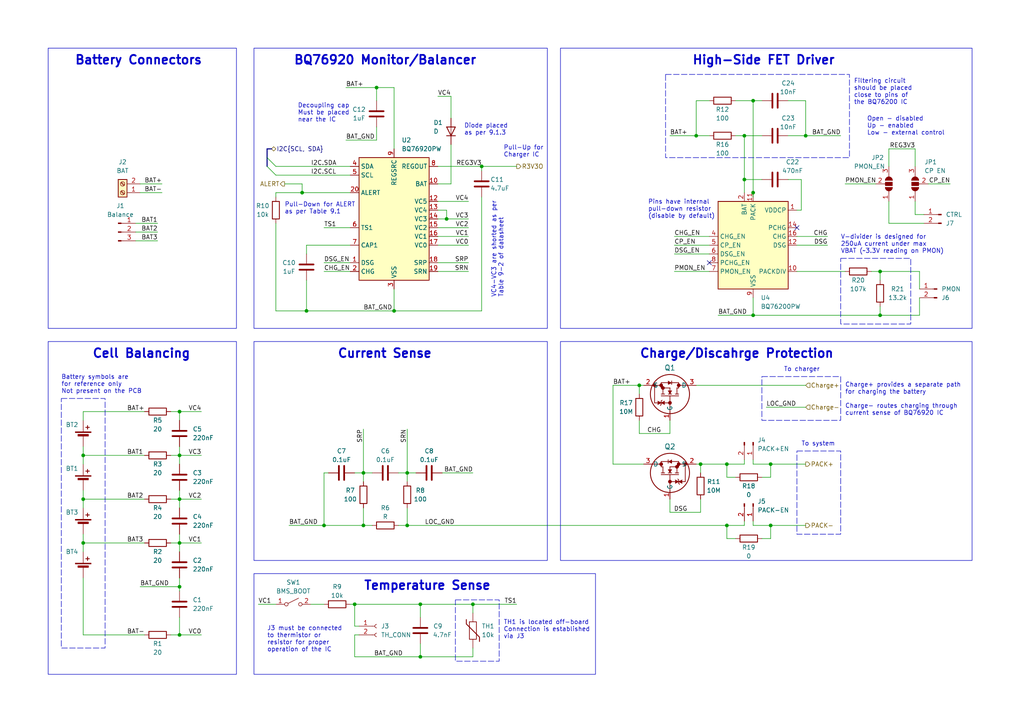
<source format=kicad_sch>
(kicad_sch (version 20230121) (generator eeschema)
  (paper "A4")
  (lib_symbols
    (symbol "Battery_Management:BQ76200PW"
      (property "Reference" "U" (at -8.89 13.97 0))
      (property "Value" "BQ76200PW" (at 7.62 13.97 0))
      (symbol "BQ76200PW_0_1"
        (rectangle (start -10.16 -12.7) (end 10.16 12.7) (stroke (width 0.254)) (fill (type background)))
      )
      (symbol "BQ76200PW_1_1"
        (pin output line (at 12.7 10.16 180) (length 2.54) (name "VDDCP") (number "1"))
        (pin output line (at 12.7 -7.62 180) (length 2.54) (name "PACKDIV") (number "10"))
        (pin power_in line (at 0 15.24 270) (length 2.54) (name "PACK") (number "11"))
        (pin output line (at 12.7 0 180) (length 2.54) (name "DSG") (number "12"))
        (pin no_connect line (at -10.16 7.62 0) (length 2.54) hide (name "NC") (number "13"))
        (pin output line (at 12.7 5.08 180) (length 2.54) (name "PCHG") (number "14"))
        (pin no_connect line (at -10.16 5.08 0) (length 2.54) hide (name "NC") (number "15"))
        (pin output line (at 12.7 2.54 180) (length 2.54) (name "CHG") (number "16"))
        (pin power_in line (at -2.54 15.24 270) (length 2.54) (name "BAT") (number "2"))
        (pin no_connect line (at -10.16 10.16 0) (length 2.54) hide (name "NC") (number "3"))
        (pin input line (at -12.7 2.54 0) (length 2.54) (name "CHG_EN") (number "4"))
        (pin input line (at -12.7 0 0) (length 2.54) (name "CP_EN") (number "5"))
        (pin input line (at -12.7 -2.54 0) (length 2.54) (name "DSG_EN") (number "6"))
        (pin input line (at -12.7 -7.62 0) (length 2.54) (name "PMON_EN") (number "7"))
        (pin input line (at -12.7 -5.08 0) (length 2.54) (name "PCHG_EN") (number "8"))
        (pin power_in line (at 0 -15.24 90) (length 2.54) (name "VSS") (number "9"))
      )
    )
    (symbol "Battery_Management:BQ76920PW"
      (property "Reference" "U" (at -10.16 19.05 0))
      (property "Value" "BQ76920PW" (at 12.7 19.05 0))
      (symbol "BQ76920PW_0_1"
        (rectangle (start -10.16 17.78) (end 10.16 -17.78) (stroke (width 0.254)) (fill (type background)))
      )
      (symbol "BQ76920PW_1_0"
        (pin input line (at 12.7 10.16 180) (length 2.54) (name "BAT") (number "10"))
        (pin no_connect line (at -2.54 -17.78 90) (length 2.54) hide (name "NC") (number "11"))
        (pin input line (at 12.7 5.08 180) (length 2.54) (name "VC5") (number "12"))
        (pin input line (at 12.7 2.54 180) (length 2.54) (name "VC4") (number "13"))
        (pin input line (at 12.7 0 180) (length 2.54) (name "VC3") (number "14"))
        (pin input line (at 12.7 -2.54 180) (length 2.54) (name "VC2") (number "15"))
        (pin input line (at 12.7 -5.08 180) (length 2.54) (name "VC1") (number "16"))
        (pin input line (at 12.7 -7.62 180) (length 2.54) (name "VC0") (number "17"))
        (pin input line (at 12.7 -12.7 180) (length 2.54) (name "SRP") (number "18"))
        (pin input line (at 12.7 -15.24 180) (length 2.54) (name "SRN") (number "19"))
        (pin bidirectional line (at -12.7 7.62 0) (length 2.54) (name "ALERT") (number "20"))
        (pin passive line (at -12.7 -2.54 0) (length 2.54) (name "TS1") (number "6"))
        (pin passive line (at -12.7 -7.62 0) (length 2.54) (name "CAP1") (number "7"))
        (pin power_out line (at 12.7 15.24 180) (length 2.54) (name "REGOUT") (number "8"))
        (pin power_in line (at 0 20.32 270) (length 2.54) (name "REGSRC") (number "9"))
      )
      (symbol "BQ76920PW_1_1"
        (pin output line (at -12.7 -12.7 0) (length 2.54) (name "DSG") (number "1"))
        (pin output line (at -12.7 -15.24 0) (length 2.54) (name "CHG") (number "2"))
        (pin power_in line (at 0 -20.32 90) (length 2.54) (name "VSS") (number "3"))
        (pin bidirectional line (at -12.7 15.24 0) (length 2.54) (name "SDA") (number "4"))
        (pin input line (at -12.7 12.7 0) (length 2.54) (name "SCL") (number "5"))
      )
    )
    (symbol "Connector:Conn_01x02_Pin" (pin_names (offset 1.016) hide)
      (property "Reference" "J" (at 0 2.54 0))
      (property "Value" "Conn_01x02_Pin" (at 0 -5.08 0))
      (symbol "Conn_01x02_Pin_1_1"
        (polyline (pts (xy 1.27 -2.54) (xy 0.8636 -2.54)) (stroke (width 0.1524)))
        (polyline (pts (xy 1.27 0) (xy 0.8636 0)) (stroke (width 0.1524)))
        (rectangle (start 0.8636 -2.413) (end 0 -2.667) (stroke (width 0.1524)) (fill (type outline)))
        (rectangle (start 0.8636 0.127) (end 0 -0.127) (stroke (width 0.1524)) (fill (type outline)))
        (pin passive line (at 5.08 0 180) (length 3.81) (name "Pin_1") (number "1"))
        (pin passive line (at 5.08 -2.54 180) (length 3.81) (name "Pin_2") (number "2"))
      )
    )
    (symbol "Connector:Conn_01x02_Socket" (pin_names (offset 1.016) hide)
      (property "Reference" "J" (at 0 2.54 0))
      (property "Value" "Conn_01x02_Socket" (at 0 -5.08 0))
      (symbol "Conn_01x02_Socket_1_1"
        (arc (start 0 -2.032) (mid -0.5058 -2.54) (end 0 -3.048) (stroke (width 0.1524)))
        (polyline (pts (xy -1.27 -2.54) (xy -0.508 -2.54)) (stroke (width 0.1524)))
        (polyline (pts (xy -1.27 0) (xy -0.508 0)) (stroke (width 0.1524)))
        (arc (start 0 0.508) (mid -0.5058 0) (end 0 -0.508) (stroke (width 0.1524)))
        (pin passive line (at -5.08 0 0) (length 3.81) (name "Pin_1") (number "1"))
        (pin passive line (at -5.08 -2.54 0) (length 3.81) (name "Pin_2") (number "2"))
      )
    )
    (symbol "Connector:Conn_01x03_Pin" (pin_names (offset 1.016) hide)
      (property "Reference" "J" (at 0 5.08 0))
      (property "Value" "Conn_01x03_Pin" (at 0 -5.08 0))
      (symbol "Conn_01x03_Pin_1_1"
        (polyline (pts (xy 1.27 -2.54) (xy 0.8636 -2.54)) (stroke (width 0.1524)))
        (polyline (pts (xy 1.27 0) (xy 0.8636 0)) (stroke (width 0.1524)))
        (polyline (pts (xy 1.27 2.54) (xy 0.8636 2.54)) (stroke (width 0.1524)))
        (rectangle (start 0.8636 -2.413) (end 0 -2.667) (stroke (width 0.1524)) (fill (type outline)))
        (rectangle (start 0.8636 0.127) (end 0 -0.127) (stroke (width 0.1524)) (fill (type outline)))
        (rectangle (start 0.8636 2.667) (end 0 2.413) (stroke (width 0.1524)) (fill (type outline)))
        (pin passive line (at 5.08 2.54 180) (length 3.81) (name "Pin_1") (number "1"))
        (pin passive line (at 5.08 0 180) (length 3.81) (name "Pin_2") (number "2"))
        (pin passive line (at 5.08 -2.54 180) (length 3.81) (name "Pin_3") (number "3"))
      )
    )
    (symbol "Connector:Screw_Terminal_01x02" (pin_names (offset 1.016) hide)
      (property "Reference" "J" (at 0 2.54 0))
      (property "Value" "Screw_Terminal_01x02" (at 0 -5.08 0))
      (symbol "Screw_Terminal_01x02_1_1"
        (rectangle (start -1.27 1.27) (end 1.27 -3.81) (stroke (width 0.254)) (fill (type background)))
        (circle (center 0 -2.54) (radius 0.635) (stroke (width 0.1524)))
        (polyline (pts (xy -0.5334 -2.2098) (xy 0.3302 -3.048)) (stroke (width 0.1524)))
        (polyline (pts (xy -0.5334 0.3302) (xy 0.3302 -0.508)) (stroke (width 0.1524)))
        (polyline (pts (xy -0.3556 -2.032) (xy 0.508 -2.8702)) (stroke (width 0.1524)))
        (polyline (pts (xy -0.3556 0.508) (xy 0.508 -0.3302)) (stroke (width 0.1524)))
        (circle (center 0 0) (radius 0.635) (stroke (width 0.1524)))
        (pin passive line (at -5.08 0 0) (length 3.81) (name "Pin_1") (number "1"))
        (pin passive line (at -5.08 -2.54 0) (length 3.81) (name "Pin_2") (number "2"))
      )
    )
    (symbol "Device:Battery_Cell" (pin_numbers hide) (pin_names (offset 0) hide)
      (property "Reference" "BT" (at 2.54 2.54 0))
      (property "Value" "Battery_Cell" (at 2.54 0 0))
      (symbol "Battery_Cell_0_1"
        (rectangle (start -2.286 1.778) (end 2.286 1.524) (fill (type outline)))
        (rectangle (start -1.524 1.016) (end 1.524 0.508) (fill (type outline)))
        (polyline (pts (xy 0 0.762) (xy 0 0)))
        (polyline (pts (xy 0 1.778) (xy 0 2.54)))
        (polyline (pts (xy 0.762 3.048) (xy 1.778 3.048)) (stroke (width 0.254)))
        (polyline (pts (xy 1.27 3.556) (xy 1.27 2.54)) (stroke (width 0.254)))
      )
      (symbol "Battery_Cell_1_1"
        (pin passive line (at 0 5.08 270) (length 2.54) (name "+") (number "1"))
        (pin passive line (at 0 -2.54 90) (length 2.54) (name "-") (number "2"))
      )
    )
    (symbol "Device:C" (pin_numbers hide) (pin_names (offset 0.254))
      (property "Reference" "C" (at 0.635 2.54 0))
      (property "Value" "C" (at 0.635 -2.54 0))
      (symbol "C_0_1"
        (polyline (pts (xy -2.032 -0.762) (xy 2.032 -0.762)) (stroke (width 0.508)))
        (polyline (pts (xy -2.032 0.762) (xy 2.032 0.762)) (stroke (width 0.508)))
      )
      (symbol "C_1_1"
        (pin passive line (at 0 3.81 270) (length 2.794) (name "~") (number "1"))
        (pin passive line (at 0 -3.81 90) (length 2.794) (name "~") (number "2"))
      )
    )
    (symbol "Device:D" (pin_numbers hide) (pin_names (offset 1.016) hide)
      (property "Reference" "D" (at 0 2.54 0))
      (property "Value" "D" (at 0 -2.54 0))
      (symbol "D_0_1"
        (polyline (pts (xy -1.27 1.27) (xy -1.27 -1.27)) (stroke (width 0.254)))
        (polyline (pts (xy 1.27 0) (xy -1.27 0)))
        (polyline (pts (xy 1.27 1.27) (xy 1.27 -1.27) (xy -1.27 0) (xy 1.27 1.27)) (stroke (width 0.254)))
      )
      (symbol "D_1_1"
        (pin passive line (at -3.81 0 0) (length 2.54) (name "K") (number "1"))
        (pin passive line (at 3.81 0 180) (length 2.54) (name "A") (number "2"))
      )
    )
    (symbol "Device:R" (pin_numbers hide) (pin_names (offset 0))
      (property "Reference" "R" (at 2.032 0 90))
      (property "Value" "R" (at 0 0 90))
      (symbol "R_0_1"
        (rectangle (start -1.016 -2.54) (end 1.016 2.54) (stroke (width 0.254)))
      )
      (symbol "R_1_1"
        (pin passive line (at 0 3.81 270) (length 1.27) (name "~") (number "1"))
        (pin passive line (at 0 -3.81 90) (length 1.27) (name "~") (number "2"))
      )
    )
    (symbol "Device:Thermistor" (pin_numbers hide) (pin_names (offset 0))
      (property "Reference" "TH" (at 2.54 1.27 90))
      (property "Value" "Thermistor" (at -2.54 0 90))
      (symbol "Thermistor_0_1"
        (rectangle (start -1.016 2.54) (end 1.016 -2.54) (stroke (width 0.2032)))
        (polyline (pts (xy -1.905 3.175) (xy -1.905 1.905) (xy 1.905 -1.905) (xy 1.905 -3.175) (xy 1.905 -3.175)) (stroke (width 0.254)))
      )
      (symbol "Thermistor_1_1"
        (pin passive line (at 0 5.08 270) (length 2.54) (name "~") (number "1"))
        (pin passive line (at 0 -5.08 90) (length 2.54) (name "~") (number "2"))
      )
    )
    (symbol "Jumper:SolderJumper_3_Open" (pin_names (offset 0) hide)
      (property "Reference" "JP" (at -2.54 -2.54 0))
      (property "Value" "SolderJumper_3_Open" (at 0 2.794 0))
      (symbol "SolderJumper_3_Open_0_1"
        (arc (start -1.016 1.016) (mid -2.0276 0) (end -1.016 -1.016))
        (arc (start -1.016 1.016) (mid -2.0276 0) (end -1.016 -1.016) (fill (type outline)))
        (rectangle (start -0.508 1.016) (end 0.508 -1.016) (fill (type outline)))
        (polyline (pts (xy -2.54 0) (xy -2.032 0)))
        (polyline (pts (xy -1.016 1.016) (xy -1.016 -1.016)))
        (polyline (pts (xy 0 -1.27) (xy 0 -1.016)))
        (polyline (pts (xy 1.016 1.016) (xy 1.016 -1.016)))
        (polyline (pts (xy 2.54 0) (xy 2.032 0)))
        (arc (start 1.016 -1.016) (mid 2.0276 0) (end 1.016 1.016))
        (arc (start 1.016 -1.016) (mid 2.0276 0) (end 1.016 1.016) (fill (type outline)))
      )
      (symbol "SolderJumper_3_Open_1_1"
        (pin passive line (at -5.08 0 0) (length 2.54) (name "A") (number "1"))
        (pin passive line (at 0 -3.81 90) (length 2.54) (name "C") (number "2"))
        (pin passive line (at 5.08 0 180) (length 2.54) (name "B") (number "3"))
      )
    )
    (symbol "MatsKiLibrary:SSM3K341TU_LF" (pin_names (offset 0.254))
      (property "Reference" "Q" (at 3.81 1.27 0))
      (symbol "SSM3K341TU_LF_0_1"
        (circle (center -6.35 0) (radius 0.0254) (stroke (width 0.508)))
        (circle (center -3.81 0) (radius 5.6767) (stroke (width 0.254)))
        (circle (center -2.032 -2.032) (radius 0.0254) (stroke (width 0.508)))
        (circle (center -1.27 -4.445) (radius 0.0001) (stroke (width 0.508)))
        (circle (center -1.27 -2.54) (radius 0.0254) (stroke (width 0.508)))
        (circle (center -1.27 2.54) (radius 0.0254) (stroke (width 0.508)))
        (polyline (pts (xy -8.89 0) (xy -4.318 0)) (stroke (width 0.2032)))
        (polyline (pts (xy -6.858 -2.54) (xy -7.112 -2.794)) (stroke (width 0.2032)))
        (polyline (pts (xy -6.35 -4.445) (xy -6.35 -3.556)) (stroke (width 0.2032)))
        (polyline (pts (xy -6.35 -1.524) (xy -6.35 0)) (stroke (width 0.2032)))
        (polyline (pts (xy -5.842 -2.54) (xy -6.858 -2.54)) (stroke (width 0.2032)))
        (polyline (pts (xy -5.842 -2.54) (xy -5.588 -2.286)) (stroke (width 0.2032)))
        (polyline (pts (xy -4.318 -2.54) (xy -4.318 2.54)) (stroke (width 0.2032)))
        (polyline (pts (xy -3.81 -2.54) (xy -3.81 -1.524)) (stroke (width 0.2032)))
        (polyline (pts (xy -3.81 -2.032) (xy -2.032 -2.032)) (stroke (width 0.2032)))
        (polyline (pts (xy -3.81 -0.508) (xy -3.81 0.508)) (stroke (width 0.2032)))
        (polyline (pts (xy -3.81 1.524) (xy -3.81 2.54)) (stroke (width 0.2032)))
        (polyline (pts (xy -3.81 2.032) (xy -2.032 2.032)) (stroke (width 0.2032)))
        (polyline (pts (xy -2.794 0) (xy -2.032 0)) (stroke (width 0.2032)))
        (polyline (pts (xy -2.032 -2.54) (xy -2.032 0)) (stroke (width 0.2032)))
        (polyline (pts (xy -2.032 -2.54) (xy -0.508 -2.54)) (stroke (width 0.2032)))
        (polyline (pts (xy -2.032 2.032) (xy -2.032 2.54)) (stroke (width 0.2032)))
        (polyline (pts (xy -2.032 2.54) (xy -0.508 2.54)) (stroke (width 0.2032)))
        (polyline (pts (xy -1.27 -4.445) (xy -6.35 -4.445)) (stroke (width 0.2032)))
        (polyline (pts (xy -1.27 -2.54) (xy -1.27 -5.08)) (stroke (width 0.2032)))
        (polyline (pts (xy -1.27 3.81) (xy -1.27 2.54)) (stroke (width 0.2032)))
        (polyline (pts (xy -1.27 3.81) (xy -1.27 5.08)) (stroke (width 0.2032)))
        (polyline (pts (xy -0.508 -2.54) (xy -0.508 -0.508)) (stroke (width 0.2032)))
        (polyline (pts (xy -0.508 0.508) (xy -0.508 2.54)) (stroke (width 0.2032)))
        (polyline (pts (xy 0 0.508) (xy -1.016 0.508)) (stroke (width 0.2032)))
        (polyline (pts (xy -6.858 -1.524) (xy -6.35 -2.54) (xy -5.842 -1.524)) (fill (type outline)))
        (polyline (pts (xy -5.842 -3.556) (xy -6.35 -2.54) (xy -6.858 -3.556)) (fill (type outline)))
        (polyline (pts (xy -2.794 0.508) (xy -3.81 0) (xy -2.794 -0.508)) (fill (type outline)))
        (polyline (pts (xy 0 -0.508) (xy -1.016 -0.508) (xy -0.508 0.508)) (fill (type outline)))
        (pin unspecified line (at -11.43 0 0) (length 2.54) (name "G") (number "1"))
        (pin unspecified line (at -1.27 -7.62 90) (length 2.54) (name "S") (number "2"))
        (pin unspecified line (at -1.27 7.62 270) (length 2.54) (name "D") (number "3"))
      )
    )
    (symbol "Switch:SW_SPST" (pin_names (offset 0) hide)
      (property "Reference" "SW" (at 0 3.175 0))
      (property "Value" "SW_SPST" (at 0 -2.54 0))
      (symbol "SW_SPST_0_0"
        (circle (center -2.032 0) (radius 0.508))
        (polyline (pts (xy -1.524 0.254) (xy 1.524 1.778)))
        (circle (center 2.032 0) (radius 0.508))
      )
      (symbol "SW_SPST_1_1"
        (pin passive line (at -5.08 0 0) (length 2.54) (name "A") (number "1"))
        (pin passive line (at 5.08 0 180) (length 2.54) (name "B") (number "2"))
      )
    )
  )
  (junction (at 24.13 132.08))
  (junction (at 52.07 170.18))
  (junction (at 233.68 39.37))
  (junction (at 24.13 157.48))
  (junction (at 203.2 134.62))
  (junction (at 137.16 175.26))
  (junction (at 210.82 134.62))
  (junction (at 223.52 152.4))
  (junction (at 118.11 137.16))
  (junction (at 139.7 48.26))
  (junction (at 210.82 152.4))
  (junction (at 218.44 91.44))
  (junction (at 109.22 25.4))
  (junction (at 52.07 184.15))
  (junction (at 218.44 29.21))
  (junction (at 105.41 152.4))
  (junction (at 93.98 152.4))
  (junction (at 87.63 55.88))
  (junction (at 121.92 190.5))
  (junction (at 24.13 144.78))
  (junction (at 218.44 55.88))
  (junction (at 223.52 134.62))
  (junction (at 255.27 91.44))
  (junction (at 52.07 132.08))
  (junction (at 118.11 152.4))
  (junction (at 105.41 137.16))
  (junction (at 52.07 157.48))
  (junction (at 52.07 119.38))
  (junction (at 215.9 52.07))
  (junction (at 52.07 144.78))
  (junction (at 114.3 90.17))
  (junction (at 129.54 63.5))
  (junction (at 185.42 111.76))
  (junction (at 255.27 78.74))
  (junction (at 121.92 175.26))
  (junction (at 215.9 39.37))
  (junction (at 201.93 39.37))
  (junction (at 102.87 175.26))
  (junction (at 88.9 90.17))
  (no_connect (at 231.14 66.04))
  (no_connect (at 205.74 76.2))
  (bus_entry (at 80.01 50.8) (size -2.54 -2.54))
  (bus_entry (at 80.01 48.26) (size -2.54 -2.54))
  (wire (pts (xy 218.44 134.62) (xy 223.52 134.62)))
  (wire (pts (xy 228.6 39.37) (xy 233.68 39.37)))
  (wire (pts (xy 24.13 184.15) (xy 41.91 184.15)))
  (wire (pts (xy 215.9 52.07) (xy 215.9 55.88)))
  (wire (pts (xy 120.65 137.16) (xy 118.11 137.16)))
  (wire (pts (xy 266.7 91.44) (xy 255.27 91.44)))
  (wire (pts (xy 102.87 137.16) (xy 105.41 137.16)))
  (wire (pts (xy 210.82 134.62) (xy 215.9 134.62)))
  (wire (pts (xy 127 78.74) (xy 135.89 78.74)))
  (wire (pts (xy 135.89 63.5) (xy 129.54 63.5)))
  (wire (pts (xy 218.44 133.35) (xy 218.44 134.62)))
  (wire (pts (xy 215.9 52.07) (xy 220.98 52.07)))
  (wire (pts (xy 102.87 175.26) (xy 101.6 175.26)))
  (wire (pts (xy 114.3 25.4) (xy 114.3 43.18)))
  (wire (pts (xy 24.13 144.78) (xy 24.13 147.32)))
  (wire (pts (xy 80.01 48.26) (xy 101.6 48.26)))
  (wire (pts (xy 139.7 48.26) (xy 149.86 48.26)))
  (wire (pts (xy 130.81 41.91) (xy 130.81 53.34)))
  (wire (pts (xy 135.89 71.12) (xy 127 71.12)))
  (wire (pts (xy 213.36 138.43) (xy 210.82 138.43)))
  (wire (pts (xy 267.97 64.77) (xy 257.81 64.77)))
  (wire (pts (xy 88.9 81.28) (xy 88.9 90.17)))
  (wire (pts (xy 118.11 137.16) (xy 118.11 139.7)))
  (wire (pts (xy 266.7 86.36) (xy 266.7 91.44)))
  (wire (pts (xy 24.13 119.38) (xy 24.13 121.92)))
  (wire (pts (xy 255.27 88.9) (xy 255.27 91.44)))
  (wire (pts (xy 118.11 152.4) (xy 115.57 152.4)))
  (wire (pts (xy 49.53 184.15) (xy 52.07 184.15)))
  (wire (pts (xy 52.07 119.38) (xy 58.42 119.38)))
  (wire (pts (xy 135.89 66.04) (xy 127 66.04)))
  (wire (pts (xy 139.7 90.17) (xy 114.3 90.17)))
  (wire (pts (xy 210.82 138.43) (xy 210.82 134.62)))
  (wire (pts (xy 269.24 53.34) (xy 275.59 53.34)))
  (wire (pts (xy 101.6 71.12) (xy 88.9 71.12)))
  (wire (pts (xy 201.93 29.21) (xy 201.93 39.37)))
  (wire (pts (xy 228.6 29.21) (xy 233.68 29.21)))
  (wire (pts (xy 24.13 142.24) (xy 24.13 144.78)))
  (wire (pts (xy 83.82 152.4) (xy 93.98 152.4)))
  (wire (pts (xy 93.98 152.4) (xy 105.41 152.4)))
  (wire (pts (xy 177.8 111.76) (xy 185.42 111.76)))
  (wire (pts (xy 195.58 78.74) (xy 205.74 78.74)))
  (wire (pts (xy 49.53 144.78) (xy 52.07 144.78)))
  (wire (pts (xy 139.7 49.53) (xy 139.7 48.26)))
  (wire (pts (xy 40.64 53.34) (xy 46.99 53.34)))
  (wire (pts (xy 114.3 90.17) (xy 114.3 83.82)))
  (wire (pts (xy 267.97 62.23) (xy 265.43 62.23)))
  (wire (pts (xy 52.07 144.78) (xy 52.07 147.32)))
  (wire (pts (xy 87.63 55.88) (xy 101.6 55.88)))
  (wire (pts (xy 265.43 62.23) (xy 265.43 58.42)))
  (wire (pts (xy 102.87 181.61) (xy 102.87 175.26)))
  (wire (pts (xy 24.13 132.08) (xy 41.91 132.08)))
  (wire (pts (xy 215.9 133.35) (xy 215.9 134.62)))
  (wire (pts (xy 105.41 137.16) (xy 105.41 139.7)))
  (wire (pts (xy 201.93 39.37) (xy 205.74 39.37)))
  (wire (pts (xy 137.16 175.26) (xy 149.86 175.26)))
  (wire (pts (xy 82.55 53.34) (xy 87.63 53.34)))
  (wire (pts (xy 265.43 43.18) (xy 257.81 43.18)))
  (wire (pts (xy 80.01 57.15) (xy 80.01 55.88)))
  (wire (pts (xy 223.52 134.62) (xy 233.68 134.62)))
  (wire (pts (xy 215.9 151.13) (xy 215.9 152.4)))
  (wire (pts (xy 223.52 156.21) (xy 223.52 152.4)))
  (wire (pts (xy 137.16 187.96) (xy 137.16 190.5)))
  (wire (pts (xy 185.42 125.73) (xy 194.31 125.73)))
  (wire (pts (xy 231.14 60.96) (xy 232.41 60.96)))
  (wire (pts (xy 100.33 25.4) (xy 109.22 25.4)))
  (wire (pts (xy 218.44 91.44) (xy 218.44 86.36)))
  (wire (pts (xy 215.9 39.37) (xy 220.98 39.37)))
  (wire (pts (xy 118.11 124.46) (xy 118.11 137.16)))
  (wire (pts (xy 139.7 57.15) (xy 139.7 90.17)))
  (wire (pts (xy 74.93 175.26) (xy 80.01 175.26)))
  (wire (pts (xy 194.31 144.78) (xy 194.31 148.59)))
  (wire (pts (xy 93.98 78.74) (xy 101.6 78.74)))
  (wire (pts (xy 257.81 64.77) (xy 257.81 58.42)))
  (wire (pts (xy 218.44 29.21) (xy 218.44 55.88)))
  (wire (pts (xy 218.44 29.21) (xy 220.98 29.21)))
  (wire (pts (xy 100.33 40.64) (xy 109.22 40.64)))
  (wire (pts (xy 265.43 48.26) (xy 265.43 43.18)))
  (wire (pts (xy 121.92 175.26) (xy 137.16 175.26)))
  (wire (pts (xy 52.07 170.18) (xy 52.07 171.45)))
  (wire (pts (xy 127 76.2) (xy 135.89 76.2)))
  (wire (pts (xy 45.72 69.85) (xy 39.37 69.85)))
  (wire (pts (xy 121.92 190.5) (xy 102.87 190.5)))
  (wire (pts (xy 231.14 68.58) (xy 240.03 68.58)))
  (wire (pts (xy 127 27.94) (xy 130.81 27.94)))
  (wire (pts (xy 194.31 125.73) (xy 194.31 121.92)))
  (wire (pts (xy 218.44 57.15) (xy 218.44 55.88)))
  (wire (pts (xy 186.69 134.62) (xy 177.8 134.62)))
  (wire (pts (xy 115.57 137.16) (xy 118.11 137.16)))
  (wire (pts (xy 52.07 167.64) (xy 52.07 170.18)))
  (wire (pts (xy 105.41 152.4) (xy 105.41 147.32)))
  (wire (pts (xy 255.27 81.28) (xy 255.27 78.74)))
  (bus (pts (xy 77.47 45.72) (xy 77.47 43.18)))
  (wire (pts (xy 137.16 175.26) (xy 137.16 177.8)))
  (wire (pts (xy 118.11 147.32) (xy 118.11 152.4)))
  (wire (pts (xy 105.41 124.46) (xy 105.41 137.16)))
  (wire (pts (xy 121.92 186.69) (xy 121.92 190.5)))
  (wire (pts (xy 135.89 58.42) (xy 127 58.42)))
  (wire (pts (xy 49.53 132.08) (xy 52.07 132.08)))
  (wire (pts (xy 24.13 154.94) (xy 24.13 157.48)))
  (wire (pts (xy 218.44 152.4) (xy 223.52 152.4)))
  (wire (pts (xy 118.11 152.4) (xy 210.82 152.4)))
  (bus (pts (xy 77.47 48.26) (xy 77.47 45.72)))
  (wire (pts (xy 194.31 148.59) (xy 203.2 148.59)))
  (wire (pts (xy 24.13 119.38) (xy 41.91 119.38)))
  (wire (pts (xy 40.64 170.18) (xy 52.07 170.18)))
  (wire (pts (xy 213.36 39.37) (xy 215.9 39.37)))
  (wire (pts (xy 109.22 25.4) (xy 114.3 25.4)))
  (wire (pts (xy 24.13 132.08) (xy 24.13 134.62)))
  (wire (pts (xy 52.07 142.24) (xy 52.07 144.78)))
  (wire (pts (xy 52.07 132.08) (xy 52.07 134.62)))
  (wire (pts (xy 49.53 157.48) (xy 52.07 157.48)))
  (wire (pts (xy 24.13 157.48) (xy 41.91 157.48)))
  (wire (pts (xy 223.52 152.4) (xy 233.68 152.4)))
  (wire (pts (xy 24.13 144.78) (xy 41.91 144.78)))
  (wire (pts (xy 231.14 78.74) (xy 245.11 78.74)))
  (wire (pts (xy 233.68 39.37) (xy 243.84 39.37)))
  (wire (pts (xy 40.64 55.88) (xy 46.99 55.88)))
  (wire (pts (xy 231.14 71.12) (xy 240.03 71.12)))
  (wire (pts (xy 203.2 148.59) (xy 203.2 144.78)))
  (wire (pts (xy 127 60.96) (xy 129.54 60.96)))
  (wire (pts (xy 88.9 90.17) (xy 114.3 90.17)))
  (wire (pts (xy 58.42 184.15) (xy 52.07 184.15)))
  (wire (pts (xy 52.07 129.54) (xy 52.07 132.08)))
  (bus (pts (xy 78.74 43.18) (xy 77.47 43.18)))
  (wire (pts (xy 52.07 179.07) (xy 52.07 184.15)))
  (wire (pts (xy 102.87 184.15) (xy 104.14 184.15)))
  (wire (pts (xy 129.54 63.5) (xy 127 63.5)))
  (wire (pts (xy 195.58 71.12) (xy 205.74 71.12)))
  (wire (pts (xy 135.89 68.58) (xy 127 68.58)))
  (wire (pts (xy 52.07 121.92) (xy 52.07 119.38)))
  (wire (pts (xy 93.98 76.2) (xy 101.6 76.2)))
  (wire (pts (xy 266.7 78.74) (xy 255.27 78.74)))
  (wire (pts (xy 130.81 27.94) (xy 130.81 34.29)))
  (wire (pts (xy 88.9 71.12) (xy 88.9 73.66)))
  (wire (pts (xy 203.2 134.62) (xy 210.82 134.62)))
  (wire (pts (xy 139.7 48.26) (xy 127 48.26)))
  (wire (pts (xy 129.54 60.96) (xy 129.54 63.5)))
  (wire (pts (xy 220.98 156.21) (xy 223.52 156.21)))
  (wire (pts (xy 109.22 40.64) (xy 109.22 36.83)))
  (wire (pts (xy 24.13 157.48) (xy 24.13 160.02)))
  (wire (pts (xy 210.82 156.21) (xy 213.36 156.21)))
  (wire (pts (xy 185.42 121.92) (xy 185.42 125.73)))
  (wire (pts (xy 210.82 152.4) (xy 215.9 152.4)))
  (wire (pts (xy 245.11 53.34) (xy 254 53.34)))
  (wire (pts (xy 194.31 39.37) (xy 201.93 39.37)))
  (wire (pts (xy 195.58 68.58) (xy 205.74 68.58)))
  (wire (pts (xy 213.36 29.21) (xy 218.44 29.21)))
  (wire (pts (xy 137.16 190.5) (xy 121.92 190.5)))
  (wire (pts (xy 215.9 39.37) (xy 215.9 52.07)))
  (wire (pts (xy 102.87 190.5) (xy 102.87 184.15)))
  (wire (pts (xy 208.28 91.44) (xy 218.44 91.44)))
  (wire (pts (xy 58.42 157.48) (xy 52.07 157.48)))
  (wire (pts (xy 185.42 114.3) (xy 185.42 111.76)))
  (wire (pts (xy 45.72 67.31) (xy 39.37 67.31)))
  (wire (pts (xy 177.8 134.62) (xy 177.8 111.76)))
  (wire (pts (xy 121.92 175.26) (xy 121.92 179.07)))
  (wire (pts (xy 107.95 152.4) (xy 105.41 152.4)))
  (wire (pts (xy 24.13 129.54) (xy 24.13 132.08)))
  (wire (pts (xy 80.01 55.88) (xy 87.63 55.88)))
  (wire (pts (xy 205.74 29.21) (xy 201.93 29.21)))
  (wire (pts (xy 80.01 90.17) (xy 88.9 90.17)))
  (wire (pts (xy 232.41 60.96) (xy 232.41 52.07)))
  (wire (pts (xy 52.07 157.48) (xy 52.07 160.02)))
  (wire (pts (xy 223.52 138.43) (xy 223.52 134.62)))
  (wire (pts (xy 52.07 154.94) (xy 52.07 157.48)))
  (wire (pts (xy 80.01 50.8) (xy 101.6 50.8)))
  (wire (pts (xy 109.22 25.4) (xy 109.22 29.21)))
  (wire (pts (xy 104.14 181.61) (xy 102.87 181.61)))
  (wire (pts (xy 255.27 78.74) (xy 252.73 78.74)))
  (wire (pts (xy 222.25 118.11) (xy 233.68 118.11)))
  (wire (pts (xy 80.01 64.77) (xy 80.01 90.17)))
  (wire (pts (xy 210.82 156.21) (xy 210.82 152.4)))
  (wire (pts (xy 195.58 73.66) (xy 205.74 73.66)))
  (wire (pts (xy 24.13 167.64) (xy 24.13 184.15)))
  (wire (pts (xy 128.27 137.16) (xy 137.16 137.16)))
  (wire (pts (xy 93.98 66.04) (xy 101.6 66.04)))
  (wire (pts (xy 185.42 111.76) (xy 186.69 111.76)))
  (wire (pts (xy 93.98 137.16) (xy 93.98 152.4)))
  (wire (pts (xy 266.7 83.82) (xy 266.7 78.74)))
  (wire (pts (xy 52.07 119.38) (xy 49.53 119.38)))
  (wire (pts (xy 257.81 43.18) (xy 257.81 48.26)))
  (wire (pts (xy 45.72 64.77) (xy 39.37 64.77)))
  (wire (pts (xy 218.44 91.44) (xy 255.27 91.44)))
  (wire (pts (xy 201.93 111.76) (xy 233.68 111.76)))
  (wire (pts (xy 58.42 132.08) (xy 52.07 132.08)))
  (wire (pts (xy 95.25 137.16) (xy 93.98 137.16)))
  (wire (pts (xy 233.68 29.21) (xy 233.68 39.37)))
  (wire (pts (xy 130.81 53.34) (xy 127 53.34)))
  (wire (pts (xy 203.2 134.62) (xy 201.93 134.62)))
  (wire (pts (xy 52.07 144.78) (xy 58.42 144.78)))
  (wire (pts (xy 102.87 175.26) (xy 121.92 175.26)))
  (wire (pts (xy 107.95 137.16) (xy 105.41 137.16)))
  (wire (pts (xy 218.44 151.13) (xy 218.44 152.4)))
  (wire (pts (xy 90.17 175.26) (xy 93.98 175.26)))
  (wire (pts (xy 232.41 52.07) (xy 228.6 52.07)))
  (wire (pts (xy 220.98 138.43) (xy 223.52 138.43)))
  (wire (pts (xy 87.63 53.34) (xy 87.63 55.88)))
  (wire (pts (xy 203.2 137.16) (xy 203.2 134.62)))
  (rectangle (start 132.08 173.99) (end 144.78 191.77) (stroke (width 0) (type dash)))
  (rectangle (start 13.97 13.97) (end 68.58 95.25))
  (rectangle (start 193.04 21.59) (end 246.38 45.72) (stroke (width 0) (type dash)))
  (rectangle (start 73.66 13.97) (end 158.75 95.25))
  (rectangle (start 231.14 130.81) (end 243.84 154.94) (stroke (width 0) (type dash)))
  (rectangle (start 73.66 166.37) (end 172.72 195.58))
  (rectangle (start 73.66 99.06) (end 158.75 162.56))
  (rectangle (start 17.78 115.57) (end 30.48 187.96) (stroke (width 0) (type dash)))
  (rectangle (start 13.97 99.06) (end 68.58 195.58))
  (rectangle (start 220.98 109.22) (end 243.84 121.92) (stroke (width 0) (type dash)))
  (rectangle (start 243.84 74.93) (end 264.16 93.98) (stroke (width 0) (type dash)))
  (rectangle (start 162.56 13.97) (end 281.94 95.25))
  (rectangle (start 162.56 99.06) (end 281.94 162.56))
  (text "Pull-Up for\nCharger IC" (at 146.05 45.72 0) (effects (font (size 1.27 1.27)) (justify left bottom)))
  (text "To charger" (at 227.33 107.95 0) (effects (font (size 1.27 1.27)) (justify left bottom)))
  (text "Current Sense" (at 97.79 104.14 0) (effects (font (size 2.54 2.54) (thickness 0.508) bold) (justify left bottom)))
  (text "Battery symbols are \nfor reference only\nNot present on the PCB" (at 17.78 114.3 0) (effects (font (size 1.27 1.27)) (justify left bottom)))
  (text "Decoupling cap\nMust be placed\nnear the IC" (at 86.36 35.56 0) (effects (font (size 1.27 1.27)) (justify left bottom)))
  (text "Charge/Discahrge Protection" (at 185.42 104.14 0) (effects (font (size 2.54 2.54) (thickness 0.508) bold) (justify left bottom)))
  (text "Charge+ provides a separate path\nfor charging the battery\n\nCharge- routes charging through\ncurrent sense of BQ76920 IC" (at 245.11 120.65 0) (effects (font (size 1.27 1.27)) (justify left bottom)))
  (text "Temperature Sense" (at 105.41 171.45 0) (effects (font (size 2.54 2.54) (thickness 0.508) bold) (justify left bottom)))
  (text "VC4-VC3 are shorted as per\nTable 9-2 of datasheet" (at 146.05 86.36 90) (effects (font (size 1.27 1.27)) (justify left bottom)))
  (text "BQ76920 Monitor/Balancer" (at 85.09 19.05 0) (effects (font (size 2.54 2.54) (thickness 0.508) bold) (justify left bottom)))
  (text "J3 must be connected\nto thermistor or\nresistor for proper\noperation of the IC" (at 77.47 189.23 0) (effects (font (size 1.27 1.27)) (justify left bottom)))
  (text "Battery Connectors" (at 21.59 19.05 0) (effects (font (size 2.54 2.54) (thickness 0.508) bold) (justify left bottom)))
  (text "To system" (at 232.41 129.54 0) (effects (font (size 1.27 1.27)) (justify left bottom)))
  (text "High-Side FET Driver" (at 200.66 19.05 0) (effects (font (size 2.54 2.54) (thickness 0.508) bold) (justify left bottom)))
  (text "Cell Balancing" (at 26.67 104.14 0) (effects (font (size 2.54 2.54) (thickness 0.508) bold) (justify left bottom)))
  (text "Pins have internal\npull-down resistor\n(disable by default)" (at 187.96 63.5 0) (effects (font (size 1.27 1.27)) (justify left bottom)))
  (text "V-divider is designed for\n250uA current under max\nVBAT (~3.3V reading on PMON)" (at 243.84 73.66 0) (effects (font (size 1.27 1.27)) (justify left bottom)))
  (text "Pull-Down for ALERT\nas per Table 9.1" (at 82.55 62.23 0) (effects (font (size 1.27 1.27)) (justify left bottom)))
  (text "TH1 is located off-board\nConnection is established\nvia J3" (at 146.05 185.42 0) (effects (font (size 1.27 1.27)) (justify left bottom)))
  (text "Diode placed\nas per 9.1.3" (at 134.62 39.37 0) (effects (font (size 1.27 1.27)) (justify left bottom)))
  (text "Filtering circuit\nshould be placed\nclose to pins of\nthe BQ76200 IC" (at 247.65 30.48 0) (effects (font (size 1.27 1.27)) (justify left bottom)))
  (text "Open - disabled\nUp - enabled\nLow - external control" (at 251.46 39.37 0) (effects (font (size 1.27 1.27)) (justify left bottom)))
  (label "I2C.SDA" (at 90.17 48.26 0))
  (label "I2C.SCL" (at 90.17 50.8 0))
  (label "CHG_EN" (at 93.98 78.74 0))
  (label "CP_EN" (at 195.58 71.12 0))
  (label "PMON_EN" (at 195.58 78.74 0))
  (label "VC3" (at 135.89 63.5 180))
  (label "BAT+" (at 36.83 119.38 0))
  (label "VC4" (at 58.42 119.38 180))
  (label "DSG_EN" (at 195.58 73.66 0))
  (label "BAT_GND" (at 105.41 90.17 0))
  (label "REG3V3" (at 139.7 48.26 180))
  (label "VC4" (at 127 27.94 0))
  (label "BAT_GND" (at 100.33 40.64 0))
  (label "BAT1" (at 36.83 132.08 0))
  (label "BAT1" (at 45.72 64.77 180))
  (label "BAT3" (at 45.72 69.85 180))
  (label "DSG" (at 240.03 71.12 180))
  (label "VC2" (at 135.89 66.04 180))
  (label "BAT_GND" (at 137.16 137.16 180))
  (label "VC1" (at 58.42 157.48 180))
  (label "BAT-" (at 46.99 55.88 180))
  (label "DSG" (at 199.39 148.59 180))
  (label "BAT+" (at 46.99 53.34 180))
  (label "TS1" (at 93.98 66.04 0))
  (label "VC0" (at 58.42 184.15 180))
  (label "VC4" (at 135.89 58.42 180))
  (label "TS1" (at 149.86 175.26 180))
  (label "SRP" (at 135.89 76.2 180))
  (label "BAT-" (at 36.83 184.15 0))
  (label "BAT_GND" (at 243.84 39.37 180))
  (label "SRN" (at 118.11 124.46 270))
  (label "PMON_EN" (at 245.11 53.34 0))
  (label "VC1" (at 74.93 175.26 0))
  (label "BAT+" (at 100.33 25.4 0))
  (label "REG3V3" (at 265.43 43.18 180))
  (label "DSG_EN" (at 93.98 76.2 0))
  (label "BAT2" (at 36.83 144.78 0))
  (label "BAT_GND" (at 40.64 170.18 0))
  (label "VC2" (at 58.42 144.78 180))
  (label "SRN" (at 135.89 78.74 180))
  (label "BAT2" (at 45.72 67.31 180))
  (label "BAT+" (at 194.31 39.37 0))
  (label "CHG" (at 191.77 125.73 180))
  (label "VC1" (at 135.89 68.58 180))
  (label "LOC_GND" (at 222.25 118.11 0))
  (label "LOC_GND" (at 123.19 152.4 0))
  (label "CHG_EN" (at 195.58 68.58 0))
  (label "BAT_GND" (at 83.82 152.4 0))
  (label "CHG" (at 240.03 68.58 180))
  (label "BAT+" (at 177.8 111.76 0))
  (label "VC0" (at 135.89 71.12 180))
  (label "VC3" (at 58.42 132.08 180))
  (label "CP_EN" (at 275.59 53.34 180))
  (label "BAT_GND" (at 116.84 190.5 180))
  (label "BAT_GND" (at 208.28 91.44 0))
  (label "SRP" (at 105.41 124.46 270))
  (label "BAT3" (at 36.83 157.48 0))
  (hierarchical_label "R3V3O" (shape output) (at 149.86 48.26 0))
  (hierarchical_label "I2C{SCL, SDA}" (shape bidirectional) (at 78.74 43.18 0))
  (hierarchical_label "PACK+" (shape output) (at 233.68 134.62 0))
  (hierarchical_label "Charge-" (shape input) (at 233.68 118.11 0))
  (hierarchical_label "ALERT" (shape output) (at 82.55 53.34 180))
  (hierarchical_label "PACK-" (shape output) (at 233.68 152.4 0))
  (hierarchical_label "Charge+" (shape input) (at 233.68 111.76 0))
  (symbol (lib_id "Device:R") (at 45.72 157.48 90) (unit 1)
    (property "Reference" "R2" (at 45.72 160.02 90))
    (property "Value" "20" (at 45.72 162.56 90))
  )
  (symbol (lib_id "Connector:Conn_01x02_Pin") (at 218.44 128.27 270) (unit 1)
    (property "Reference" "J4" (at 219.71 127.635 90) (effects (justify left)))
    (property "Value" "PACK+EN" (at 219.71 130.175 90) (effects (justify left)))
    (property "Footprint" "Connector_PinHeader_2.54mm:PinHeader_1x02_P2.54mm_Vertical" (effects hide))
  )
  (symbol (lib_id "MatsKiLibrary:SSM3K341TU_LF") (at 194.31 133.35 90) (unit 1)
    (property "Reference" "Q2" (at 194.31 129.54 90) (effects (font (size 1.524 1.524))))
    (property "Value" "SSM3K341TU_LF" (effects hide))
    (property "Footprint" "MatsLibrary:SOT-323F_2-2U1S_UFM_TOS" (effects hide))
    (property "Datasheet" "https://toshiba.semicon-storage.com/info/SSM3K341TU_datasheet_en_20220311.pdf?did=56017&prodName=SSM3K341TU" (effects hide))
  )
  (symbol (lib_id "Device:R") (at 217.17 156.21 90) (unit 1)
    (property "Reference" "R19" (at 217.17 158.75 90))
    (property "Value" "0" (at 217.17 161.29 90))
  )
  (symbol (lib_id "Jumper:SolderJumper_3_Open") (at 265.43 53.34 90) (unit 1)
    (property "Reference" "JP1" (at 271.78 46.99 90) (effects (justify left)))
    (property "Value" "CP EN" (at 274.32 49.53 90) (effects (justify left)))
  )
  (symbol (lib_id "Device:R") (at 248.92 78.74 90) (unit 1)
    (property "Reference" "R20" (at 248.92 81.28 90))
    (property "Value" "107k" (at 248.92 83.82 90))
  )
  (symbol (lib_id "Device:R") (at 45.72 144.78 90) (unit 1)
    (property "Reference" "R4" (at 45.72 147.32 90))
    (property "Value" "20" (at 45.72 149.86 90))
  )
  (symbol (lib_id "Device:R") (at 185.42 118.11 180) (unit 1)
    (property "Reference" "R17" (at 181.61 116.84 0))
    (property "Value" "10M" (at 181.61 119.38 0))
  )
  (symbol (lib_id "Device:C") (at 111.76 137.16 90) (unit 1)
    (property "Reference" "C6" (at 111.76 130.81 90))
    (property "Value" "0.1uF" (at 111.76 133.35 90))
  )
  (symbol (lib_id "Device:C") (at 139.7 53.34 180) (unit 1)
    (property "Reference" "C11" (at 142.24 52.07 0) (effects (justify right)))
    (property "Value" "4.7uF" (at 142.24 54.61 0) (effects (justify right)))
  )
  (symbol (lib_id "Device:R") (at 111.76 152.4 90) (unit 1)
    (property "Reference" "R6" (at 111.76 147.32 90))
    (property "Value" "R" (at 111.76 149.86 90))
  )
  (symbol (lib_id "Device:C") (at 224.79 39.37 270) (unit 1)
    (property "Reference" "C23" (at 228.6 34.29 90))
    (property "Value" "10nF" (at 228.6 36.83 90))
  )
  (symbol (lib_id "Device:C") (at 52.07 175.26 0) (unit 1)
    (property "Reference" "C1" (at 55.88 173.99 0) (effects (justify left)))
    (property "Value" "220nF" (at 55.88 176.53 0) (effects (justify left)))
  )
  (symbol (lib_id "Device:Thermistor") (at 137.16 182.88 180) (unit 1) (on_board no)
    (property "Reference" "TH1" (at 139.7 181.61 0) (effects (justify right)))
    (property "Value" "10k" (at 139.7 184.15 0) (effects (justify right)))
  )
  (symbol (lib_id "Connector:Conn_01x03_Pin") (at 34.29 67.31 0) (unit 1)
    (property "Reference" "J1" (at 34.925 59.69 0))
    (property "Value" "Balance" (at 34.925 62.23 0))
    (property "Footprint" "Connector_PinHeader_2.54mm:PinHeader_1x03_P2.54mm_Horizontal" (effects hide))
  )
  (symbol (lib_id "Device:R") (at 209.55 29.21 90) (unit 1)
    (property "Reference" "R12" (at 209.55 31.75 90))
    (property "Value" "100" (at 209.55 34.29 90))
  )
  (symbol (lib_id "Connector:Screw_Terminal_01x02") (at 35.56 55.88 180) (unit 1)
    (property "Reference" "J2" (at 35.56 46.99 0))
    (property "Value" "BAT" (at 35.56 49.53 0))
  )
  (symbol (lib_id "Device:R") (at 118.11 143.51 180) (unit 1)
    (property "Reference" "R8" (at 121.92 142.24 0))
    (property "Value" "100" (at 121.92 144.78 0))
  )
  (symbol (lib_id "Device:C") (at 124.46 137.16 90) (unit 1)
    (property "Reference" "C8" (at 124.46 130.81 90))
    (property "Value" "0.1uF" (at 124.46 133.35 90))
  )
  (symbol (lib_id "Connector:Conn_01x02_Pin") (at 271.78 83.82 0) (mirror y) (unit 1)
    (property "Reference" "J6" (at 273.05 86.36 0) (effects (justify right)))
    (property "Value" "PMON" (at 273.05 83.82 0) (effects (justify right)))
    (property "Footprint" "Connector_PinHeader_2.54mm:PinHeader_1x02_P2.54mm_Vertical" (effects hide))
  )
  (symbol (lib_id "Device:Battery_Cell") (at 24.13 139.7 0) (unit 1) (on_board no)
    (property "Reference" "BT1" (at 19.05 135.89 0) (effects (justify left)))
    (property "Value" "Battery_Cell" (effects hide))
  )
  (symbol (lib_id "Device:R") (at 97.79 175.26 90) (unit 1)
    (property "Reference" "R9" (at 97.79 170.18 90))
    (property "Value" "10k" (at 97.79 172.72 90))
  )
  (symbol (lib_id "Battery_Management:BQ76920PW") (at 114.3 63.5 0) (unit 1)
    (property "Reference" "U2" (at 116.4941 40.64 0) (effects (justify left)))
    (property "Value" "BQ76920PW" (at 116.4941 43.18 0) (effects (justify left)))
    (property "Footprint" "Package_SO:TSSOP-20_4.4x6.5mm_P0.65mm" (effects hide))
    (property "Datasheet" "http://www.ti.com/lit/ds/symlink/bq76920.pdf" (effects hide))
  )
  (symbol (lib_id "Device:R") (at 209.55 39.37 90) (unit 1)
    (property "Reference" "R16" (at 209.55 41.91 90))
    (property "Value" "100" (at 209.55 44.45 90))
  )
  (symbol (lib_id "Device:C") (at 224.79 29.21 270) (unit 1)
    (property "Reference" "C24" (at 228.6 24.13 90))
    (property "Value" "10nF" (at 228.6 26.67 90))
  )
  (symbol (lib_id "Device:R") (at 105.41 143.51 180) (unit 1)
    (property "Reference" "R7" (at 101.6 142.24 0))
    (property "Value" "100" (at 101.6 144.78 0))
  )
  (symbol (lib_id "Device:C") (at 121.92 182.88 0) (unit 1)
    (property "Reference" "C9" (at 127 181.61 0))
    (property "Value" "4.7nF" (at 128.27 184.15 0))
  )
  (symbol (lib_id "Device:Battery_Cell") (at 24.13 165.1 0) (unit 1) (on_board no)
    (property "Reference" "BT4" (at 19.05 160.02 0) (effects (justify left)))
    (property "Value" "Battery_Cell" (effects hide))
  )
  (symbol (lib_id "Battery_Management:BQ76200PW") (at 218.44 71.12 0) (unit 1)
    (property "Reference" "U4" (at 220.6341 86.36 0) (effects (justify left)))
    (property "Value" "BQ76200PW" (at 220.6341 88.9 0) (effects (justify left)))
    (property "Footprint" "Package_SO:TSSOP-16_4.4x5mm_P0.65mm" (effects hide))
    (property "Datasheet" "http://www.ti.com/lit/ds/symlink/bq76200.pdf" (effects hide))
  )
  (symbol (lib_id "Connector:Conn_01x02_Socket") (at 109.22 181.61 0) (unit 1)
    (property "Reference" "J3" (at 110.49 181.61 0) (effects (justify left)))
    (property "Value" "TH_CONN" (at 110.49 184.15 0) (effects (justify left)))
  )
  (symbol (lib_id "Device:R") (at 203.2 140.97 180) (unit 1)
    (property "Reference" "R11" (at 207.01 139.7 0))
    (property "Value" "10M" (at 207.01 142.24 0))
  )
  (symbol (lib_id "Device:C") (at 88.9 77.47 180) (unit 1)
    (property "Reference" "C10" (at 83.82 76.2 0))
    (property "Value" "1uF" (at 83.82 78.74 0))
  )
  (symbol (lib_id "Device:R") (at 80.01 60.96 0) (unit 1)
    (property "Reference" "R10" (at 76.2 59.69 0))
    (property "Value" "10k" (at 76.2 62.23 0))
  )
  (symbol (lib_id "Device:R") (at 217.17 138.43 90) (unit 1)
    (property "Reference" "R18" (at 217.17 140.97 90))
    (property "Value" "0" (at 217.17 143.51 90))
  )
  (symbol (lib_id "Connector:Conn_01x02_Pin") (at 273.05 62.23 0) (mirror y) (unit 1)
    (property "Reference" "J7" (at 274.32 64.77 0) (effects (justify right)))
    (property "Value" "CTRL" (at 274.32 62.23 0) (effects (justify right)))
    (property "Footprint" "Connector_PinHeader_2.54mm:PinHeader_1x02_P2.54mm_Vertical" (effects hide))
  )
  (symbol (lib_id "Device:C") (at 99.06 137.16 90) (unit 1)
    (property "Reference" "C7" (at 99.06 130.81 90))
    (property "Value" "0.1uF" (at 99.06 133.35 90))
  )
  (symbol (lib_id "Device:R") (at 255.27 85.09 180) (unit 1)
    (property "Reference" "R21" (at 260.35 83.82 0))
    (property "Value" "13.2k" (at 260.35 86.36 0))
  )
  (symbol (lib_id "Device:C") (at 52.07 151.13 0) (unit 1)
    (property "Reference" "C4" (at 55.88 149.86 0) (effects (justify left)))
    (property "Value" "220nF" (at 55.88 152.4 0) (effects (justify left)))
  )
  (symbol (lib_id "Connector:Conn_01x02_Pin") (at 218.44 146.05 270) (unit 1)
    (property "Reference" "J5" (at 219.71 145.415 90) (effects (justify left)))
    (property "Value" "PACK-EN" (at 219.71 147.955 90) (effects (justify left)))
    (property "Footprint" "Connector_PinHeader_2.54mm:PinHeader_1x02_P2.54mm_Vertical" (effects hide))
  )
  (symbol (lib_id "Switch:SW_SPST") (at 85.09 175.26 0) (unit 1)
    (property "Reference" "SW1" (at 85.09 168.91 0))
    (property "Value" "BMS_BOOT" (at 85.09 171.45 0))
  )
  (symbol (lib_id "Device:C") (at 52.07 125.73 0) (unit 1)
    (property "Reference" "C5" (at 55.88 124.46 0) (effects (justify left)))
    (property "Value" "220nF" (at 55.88 127 0) (effects (justify left)))
  )
  (symbol (lib_id "Device:C") (at 52.07 163.83 0) (unit 1)
    (property "Reference" "C2" (at 55.88 162.56 0) (effects (justify left)))
    (property "Value" "220nF" (at 55.88 165.1 0) (effects (justify left)))
  )
  (symbol (lib_id "Device:R") (at 45.72 184.15 90) (unit 1)
    (property "Reference" "R1" (at 45.72 186.69 90))
    (property "Value" "20" (at 45.72 189.23 90))
  )
  (symbol (lib_id "Device:C") (at 224.79 52.07 270) (unit 1)
    (property "Reference" "C22" (at 229.87 46.99 90))
    (property "Value" "470nF" (at 229.87 49.53 90))
  )
  (symbol (lib_id "Device:D") (at 130.81 38.1 90) (unit 1)
    (property "Reference" "D1" (at 125.73 35.56 90) (effects (justify right)))
    (property "Value" "D" (at 125.73 38.1 90) (effects (justify right)))
    (property "Sim.Device" "D" (effects hide))
    (property "Sim.Pins" "1=K 2=A" (effects hide))
  )
  (symbol (lib_id "Device:Battery_Cell") (at 24.13 127 0) (unit 1) (on_board no)
    (property "Reference" "BT2" (at 19.05 123.19 0) (effects (justify left)))
    (property "Value" "Battery_Cell" (effects hide))
  )
  (symbol (lib_id "Device:R") (at 45.72 132.08 90) (unit 1)
    (property "Reference" "R3" (at 45.72 134.62 90))
    (property "Value" "20" (at 45.72 137.16 90))
  )
  (symbol (lib_id "Device:R") (at 45.72 119.38 90) (unit 1)
    (property "Reference" "R5" (at 45.72 121.92 90))
    (property "Value" "20" (at 45.72 124.46 90))
  )
  (symbol (lib_id "Device:C") (at 109.22 33.02 180) (unit 1)
    (property "Reference" "C12" (at 104.14 31.75 0))
    (property "Value" "1uF" (at 104.14 34.29 0))
  )
  (symbol (lib_id "Device:C") (at 52.07 138.43 0) (unit 1)
    (property "Reference" "C3" (at 55.88 137.16 0) (effects (justify left)))
    (property "Value" "220nF" (at 55.88 139.7 0) (effects (justify left)))
  )
  (symbol (lib_id "Jumper:SolderJumper_3_Open") (at 257.81 53.34 270) (mirror x) (unit 1)
    (property "Reference" "JP2" (at 252.73 45.72 90) (effects (justify left)))
    (property "Value" "PMON_EN" (at 247.65 48.26 90) (effects (justify left)))
  )
  (symbol (lib_id "Device:Battery_Cell") (at 24.13 152.4 0) (unit 1) (on_board no)
    (property "Reference" "BT3" (at 19.05 148.59 0) (effects (justify left)))
    (property "Value" "Battery_Cell" (effects hide))
  )
  (symbol (lib_id "MatsKiLibrary:SSM3K341TU_LF") (at 194.31 110.49 270) (mirror x) (unit 1)
    (property "Reference" "Q1" (at 194.31 106.68 90) (effects (font (size 1.524 1.524))))
    (property "Value" "SSM3K341TU_LF" (effects hide))
    (property "Footprint" "MatsLibrary:SOT-323F_2-2U1S_UFM_TOS" (effects hide))
    (property "Datasheet" "https://toshiba.semicon-storage.com/info/SSM3K341TU_datasheet_en_20220311.pdf?did=56017&prodName=SSM3K341TU" (effects hide))
  )
)
</source>
